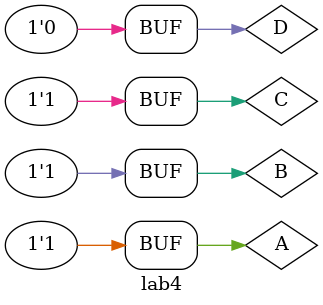
<source format=v>
`timescale 1ns / 1ps


module lab4;

	// Inputs
	reg A;
	reg B;
	reg C;
	reg D;

	// Outputs
	wire Out;

	// Instantiate the Unit Under Test (UUT)
	lab5 uut (
		.A(A), 
		.B(B), 
		.C(C), 
		.D(D), 
		.Out(Out)
	);

	initial begin
		// Initialize Inputs
		A = 0;B = 0;C = 0;D = 0;#100;
		A = 0;B = 0;C = 0;D = 1;#100;
		A = 0;B = 0;C = 1;D = 0;#100;
		A = 0;B = 1;C = 0;D = 0;#100;
		A = 0;B = 1;C = 0;D = 1;#100;
		A = 0;B = 1;C = 1;D = 0;#100;
		A = 1;B = 0;C = 0;D = 1;#100;
		A = 1;B = 0;C = 1;D = 0;#100;
		A = 1;B = 0;C = 1;D = 1;#100;
		A = 1;B = 1;C = 0;D = 0;#100;
		A = 1;B = 1;C = 1;D = 0;#100;
        
		

	end
      
endmodule


</source>
